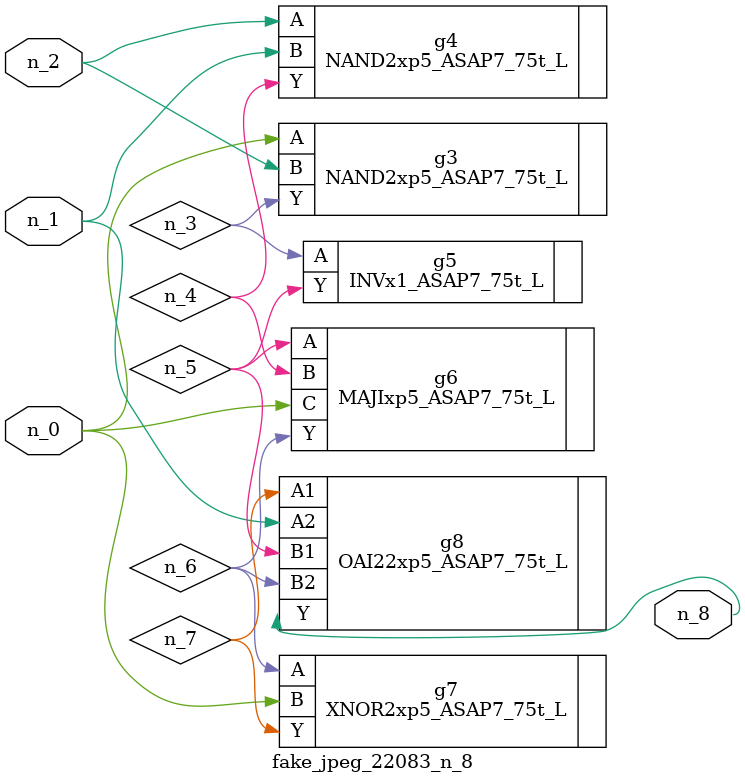
<source format=v>
module fake_jpeg_22083_n_8 (n_0, n_2, n_1, n_8);

input n_0;
input n_2;
input n_1;

output n_8;

wire n_3;
wire n_4;
wire n_6;
wire n_5;
wire n_7;

NAND2xp5_ASAP7_75t_L g3 ( 
.A(n_0),
.B(n_2),
.Y(n_3)
);

NAND2xp5_ASAP7_75t_L g4 ( 
.A(n_2),
.B(n_1),
.Y(n_4)
);

INVx1_ASAP7_75t_L g5 ( 
.A(n_3),
.Y(n_5)
);

MAJIxp5_ASAP7_75t_L g6 ( 
.A(n_5),
.B(n_4),
.C(n_0),
.Y(n_6)
);

XNOR2xp5_ASAP7_75t_L g7 ( 
.A(n_6),
.B(n_0),
.Y(n_7)
);

OAI22xp5_ASAP7_75t_L g8 ( 
.A1(n_7),
.A2(n_1),
.B1(n_5),
.B2(n_6),
.Y(n_8)
);


endmodule
</source>
